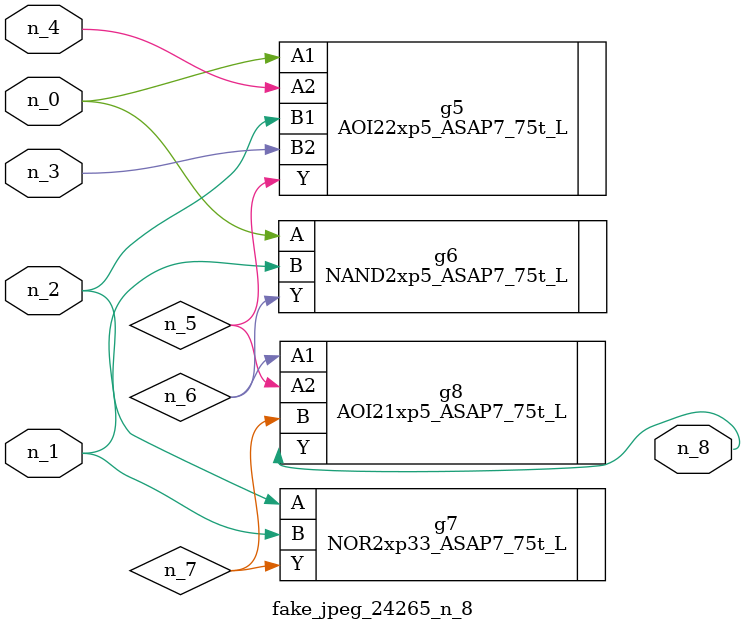
<source format=v>
module fake_jpeg_24265_n_8 (n_3, n_2, n_1, n_0, n_4, n_8);

input n_3;
input n_2;
input n_1;
input n_0;
input n_4;

output n_8;

wire n_6;
wire n_5;
wire n_7;

AOI22xp5_ASAP7_75t_L g5 ( 
.A1(n_0),
.A2(n_4),
.B1(n_2),
.B2(n_3),
.Y(n_5)
);

NAND2xp5_ASAP7_75t_L g6 ( 
.A(n_0),
.B(n_1),
.Y(n_6)
);

NOR2xp33_ASAP7_75t_L g7 ( 
.A(n_2),
.B(n_1),
.Y(n_7)
);

AOI21xp5_ASAP7_75t_L g8 ( 
.A1(n_6),
.A2(n_5),
.B(n_7),
.Y(n_8)
);


endmodule
</source>
